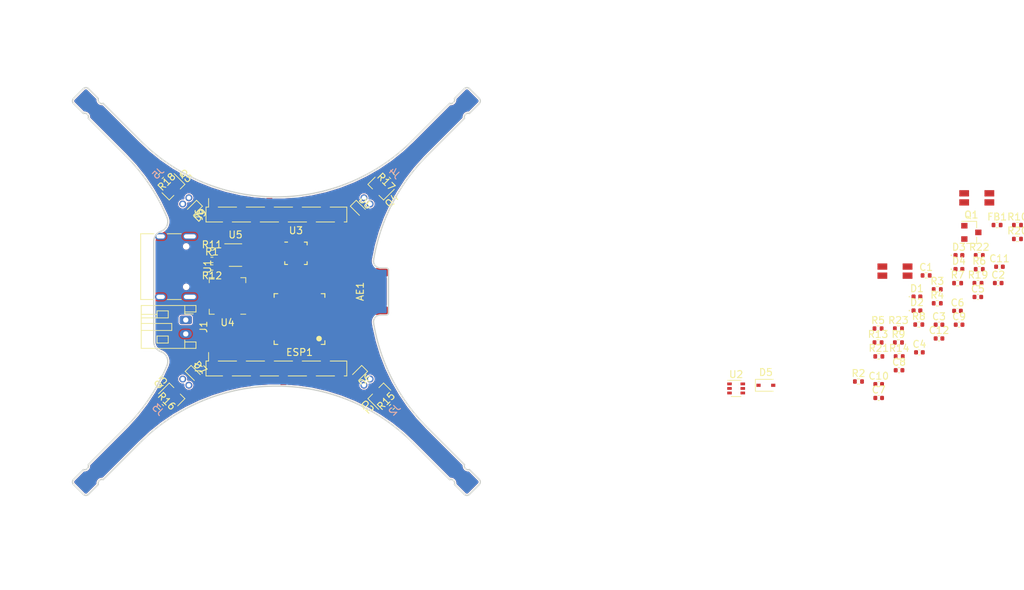
<source format=kicad_pcb>
(kicad_pcb (version 20171130) (host pcbnew "(5.1.10-1-10_14)")
  (layers (0 F.Cu signal) (1 In1.Cu signal) (2 In2.Cu signal) (31 B.Cu signal) (34 B.Paste user) (35 F.Paste user) (36 B.SilkS user) (37 F.SilkS user hide) (38 B.Mask user) (39 F.Mask user) (44 Edge.Cuts user))
  (net 0 "")
  (net 1 "Net-(AE1-Pad1)")
  (net 2 GND)
  (net 3 +BATT)
  (net 4 +3V3)
  (net 5 "Net-(C4-Pad2)")
  (net 6 ESP_IO0)
  (net 7 VCC)
  (net 8 ESP_EN)
  (net 9 VDD33_ESP)
  (net 10 "Net-(D1-Pad1)")
  (net 11 "Net-(D2-Pad1)")
  (net 12 "Net-(D3-Pad1)")
  (net 13 "Net-(D4-Pad1)")
  (net 14 VBUS)
  (net 15 "Net-(D6-Pad2)")
  (net 16 "Net-(D7-Pad2)")
  (net 17 "Net-(D8-Pad2)")
  (net 18 "Net-(D9-Pad2)")
  (net 19 U1RXD)
  (net 20 U1TXD)
  (net 21 CP_TXD)
  (net 22 CP_RXD)
  (net 23 I2C0_SCL)
  (net 24 I2C0_SDA)
  (net 25 I2C1_SDA)
  (net 26 I2C1_SCL)
  (net 27 SPI_MOSI)
  (net 28 MOT_1)
  (net 29 MOT_2)
  (net 30 MOT3)
  (net 31 MOT4)
  (net 32 "Net-(R1-Pad1)")
  (net 33 CP_DTR)
  (net 34 "Net-(R2-Pad1)")
  (net 35 MPU_INT)
  (net 36 "Net-(R8-Pad2)")
  (net 37 CP_RTS)
  (net 38 ADC_BAT)
  (net 39 "Net-(R11-Pad1)")
  (net 40 "Net-(R12-Pad1)")
  (net 41 "Net-(R14-Pad2)")
  (net 42 USB_DM)
  (net 43 USB_DP)
  (module Connector_Custom:MX1.25_2P (layer B.Cu) (at -12.95 -12.95 45)
    (fp_text reference J5 (at 0 -5.588 45) (layer B.SilkS) (effects (justify mirror)))
    (fp_text value Conn_01x02)
    (pad 2 thru_hole circle (at 0.625 0 45) (size 1 1) (drill 0.6) (layers *.Cu *.Mask) (net 3 +BATT))
    (pad 1 thru_hole circle (at -0.625 0 45) (size 1 1) (drill 0.6) (layers *.Cu *.Mask) (net 18 "Net-(D9-Pad2)"))
  )
  (module Connector_Custom:MX1.25_2P (layer B.Cu) (at 12.95 -12.95 315)
    (fp_text reference J4 (at 0 -5.588 135) (layer B.SilkS) (effects (justify mirror)))
    (fp_text value Conn_01x02)
    (pad 2 thru_hole circle (at 0.625 0 315) (size 1 1) (drill 0.6) (layers *.Cu *.Mask) (net 17 "Net-(D8-Pad2)"))
    (pad 1 thru_hole circle (at -0.625 0 315) (size 1 1) (drill 0.6) (layers *.Cu *.Mask) (net 3 +BATT))
  )
  (module Connector_Custom:MX1.25_2P (layer B.Cu) (at -12.95 12.95 135)
    (fp_text reference J3 (at 0 -5.588 135) (layer B.SilkS) (effects (justify mirror)))
    (fp_text value Conn_01x02)
    (pad 2 thru_hole circle (at 0.625 0 135) (size 1 1) (drill 0.6) (layers *.Cu *.Mask) (net 3 +BATT))
    (pad 1 thru_hole circle (at -0.625 0 135) (size 1 1) (drill 0.6) (layers *.Cu *.Mask) (net 16 "Net-(D7-Pad2)"))
  )
  (module Connector_Custom:MX1.25_2P (layer B.Cu) (at 12.95 12.95 225)
    (fp_text reference J2 (at 0 -5.588 45) (layer B.SilkS) (effects (justify mirror)))
    (fp_text value Conn_01x02)
    (pad 2 thru_hole circle (at 0.625 0 225) (size 1 1) (drill 0.6) (layers *.Cu *.Mask) (net 15 "Net-(D6-Pad2)"))
    (pad 1 thru_hole circle (at -0.625 0 225) (size 1 1) (drill 0.6) (layers *.Cu *.Mask) (net 3 +BATT))
  )
  (module Package_TO_SOT_SMD:SOT-23-5 (layer F.Cu) (at -5.842 -5.207)
    (fp_text reference U5 (at 0 -2.9) (layer F.SilkS))
    (fp_text value ME6217C33M5G)
    (pad 5 smd rect (at 1.1 -0.95) (size 1.06 0.65) (layers F.Cu F.Paste F.Mask) (net 4 +3V3))
    (pad 4 smd rect (at 1.1 0.95) (size 1.06 0.65) (layers F.Cu F.Paste F.Mask) (net 7 VCC))
    (pad 3 smd rect (at -1.1 0.95) (size 1.06 0.65) (layers F.Cu F.Paste F.Mask))
    (pad 2 smd rect (at -1.1 0) (size 1.06 0.65) (layers F.Cu F.Paste F.Mask) (net 2 GND))
    (pad 1 smd rect (at -1.1 -0.95) (size 1.06 0.65) (layers F.Cu F.Paste F.Mask) (net 7 VCC))
  )
  (module Package_DFN_QFN:QFN-28-1EP_5x5mm_P0.5mm_EP3.35x3.35mm (layer F.Cu) (at -6.985 0.635 180)
    (fp_text reference U4 (at 0 -3.8) (layer F.SilkS))
    (fp_text value CP2102N-A01-GQFN28)
    (pad 29 smd rect (at 0 0 180) (size 3.35 3.35) (layers F.Cu F.Mask) (net 2 GND))
    (pad 28 smd roundrect (at -1.5 -2.45 180) (size 0.25 0.8) (layers F.Cu F.Paste F.Mask) (net 33 CP_DTR))
    (pad 27 smd roundrect (at -1 -2.45 180) (size 0.25 0.8) (layers F.Cu F.Paste F.Mask))
    (pad 26 smd roundrect (at -0.5 -2.45 180) (size 0.25 0.8) (layers F.Cu F.Paste F.Mask) (net 41 "Net-(R14-Pad2)"))
    (pad 25 smd roundrect (at 0 -2.45 180) (size 0.25 0.8) (layers F.Cu F.Paste F.Mask) (net 22 CP_RXD))
    (pad 24 smd roundrect (at 0.5 -2.45 180) (size 0.25 0.8) (layers F.Cu F.Paste F.Mask) (net 37 CP_RTS))
    (pad 23 smd roundrect (at 1 -2.45 180) (size 0.25 0.8) (layers F.Cu F.Paste F.Mask))
    (pad 22 smd roundrect (at 1.5 -2.45 180) (size 0.25 0.8) (layers F.Cu F.Paste F.Mask))
    (pad 21 smd roundrect (at 2.45 -1.5 180) (size 0.8 0.25) (layers F.Cu F.Paste F.Mask))
    (pad 20 smd roundrect (at 2.45 -1 180) (size 0.8 0.25) (layers F.Cu F.Paste F.Mask))
    (pad 19 smd roundrect (at 2.45 -0.5 180) (size 0.8 0.25) (layers F.Cu F.Paste F.Mask))
    (pad 18 smd roundrect (at 2.45 0 180) (size 0.8 0.25) (layers F.Cu F.Paste F.Mask))
    (pad 17 smd roundrect (at 2.45 0.5 180) (size 0.8 0.25) (layers F.Cu F.Paste F.Mask))
    (pad 16 smd roundrect (at 2.45 1 180) (size 0.8 0.25) (layers F.Cu F.Paste F.Mask))
    (pad 15 smd roundrect (at 2.45 1.5 180) (size 0.8 0.25) (layers F.Cu F.Paste F.Mask))
    (pad 14 smd roundrect (at 1.5 2.45 180) (size 0.25 0.8) (layers F.Cu F.Paste F.Mask))
    (pad 13 smd roundrect (at 1 2.45 180) (size 0.25 0.8) (layers F.Cu F.Paste F.Mask))
    (pad 12 smd roundrect (at 0.5 2.45 180) (size 0.25 0.8) (layers F.Cu F.Paste F.Mask))
    (pad 11 smd roundrect (at 0 2.45 180) (size 0.25 0.8) (layers F.Cu F.Paste F.Mask))
    (pad 10 smd roundrect (at -0.5 2.45 180) (size 0.25 0.8) (layers F.Cu F.Paste F.Mask))
    (pad 9 smd roundrect (at -1 2.45 180) (size 0.25 0.8) (layers F.Cu F.Paste F.Mask) (net 40 "Net-(R12-Pad1)"))
    (pad 8 smd roundrect (at -1.5 2.45 180) (size 0.25 0.8) (layers F.Cu F.Paste F.Mask) (net 14 VBUS))
    (pad 7 smd roundrect (at -2.45 1.5 180) (size 0.8 0.25) (layers F.Cu F.Paste F.Mask) (net 14 VBUS))
    (pad 6 smd roundrect (at -2.45 1 180) (size 0.8 0.25) (layers F.Cu F.Paste F.Mask))
    (pad 5 smd roundrect (at -2.45 0.5 180) (size 0.8 0.25) (layers F.Cu F.Paste F.Mask) (net 42 USB_DM))
    (pad 4 smd roundrect (at -2.45 0 180) (size 0.8 0.25) (layers F.Cu F.Paste F.Mask) (net 43 USB_DP))
    (pad 3 smd roundrect (at -2.45 -0.5 180) (size 0.8 0.25) (layers F.Cu F.Paste F.Mask) (net 2 GND))
    (pad 2 smd roundrect (at -2.45 -1 180) (size 0.8 0.25) (layers F.Cu F.Paste F.Mask))
    (pad 1 smd roundrect (at -2.45 -1.5 180) (size 0.8 0.25) (layers F.Cu F.Paste F.Mask))
  )
  (module Sensor_Motion:InvenSense_QFN-24_3x3mm_P0.4mm (layer F.Cu) (at 2.794 -5.461)
    (fp_text reference U3 (at 0 -3.25) (layer F.SilkS))
    (fp_text value ICM-20948)
    (pad 24 smd roundrect (at -1 -1.5 90) (size 0.55 0.2) (layers F.Cu F.Paste F.Mask) (net 24 I2C0_SDA))
    (pad 23 smd roundrect (at -0.6 -1.5 90) (size 0.55 0.2) (layers F.Cu F.Paste F.Mask) (net 23 I2C0_SCL))
    (pad 22 smd roundrect (at -0.2 -1.5 90) (size 0.55 0.2) (layers F.Cu F.Paste F.Mask) (net 4 +3V3))
    (pad 21 smd roundrect (at 0.2 -1.5 90) (size 0.55 0.2) (layers F.Cu F.Paste F.Mask))
    (pad 20 smd roundrect (at 0.6 -1.5 90) (size 0.55 0.2) (layers F.Cu F.Paste F.Mask) (net 2 GND))
    (pad 19 smd roundrect (at 1 -1.5 90) (size 0.55 0.2) (layers F.Cu F.Paste F.Mask))
    (pad 18 smd roundrect (at 1.5 -1) (size 0.55 0.2) (layers F.Cu F.Paste F.Mask) (net 2 GND))
    (pad 17 smd roundrect (at 1.5 -0.6) (size 0.55 0.2) (layers F.Cu F.Paste F.Mask))
    (pad 16 smd roundrect (at 1.5 -0.2) (size 0.55 0.2) (layers F.Cu F.Paste F.Mask))
    (pad 15 smd roundrect (at 1.5 0.2) (size 0.55 0.2) (layers F.Cu F.Paste F.Mask))
    (pad 14 smd roundrect (at 1.5 0.6) (size 0.55 0.2) (layers F.Cu F.Paste F.Mask))
    (pad 13 smd roundrect (at 1.5 1) (size 0.55 0.2) (layers F.Cu F.Paste F.Mask) (net 4 +3V3))
    (pad 12 smd roundrect (at 1 1.5 90) (size 0.55 0.2) (layers F.Cu F.Paste F.Mask) (net 35 MPU_INT))
    (pad 11 smd roundrect (at 0.6 1.5 90) (size 0.55 0.2) (layers F.Cu F.Paste F.Mask) (net 2 GND))
    (pad 10 smd roundrect (at 0.2 1.5 90) (size 0.55 0.2) (layers F.Cu F.Paste F.Mask) (net 5 "Net-(C4-Pad2)"))
    (pad 9 smd roundrect (at -0.2 1.5 90) (size 0.55 0.2) (layers F.Cu F.Paste F.Mask) (net 2 GND))
    (pad 8 smd roundrect (at -0.6 1.5 90) (size 0.55 0.2) (layers F.Cu F.Paste F.Mask) (net 4 +3V3))
    (pad 7 smd roundrect (at -1 1.5 90) (size 0.55 0.2) (layers F.Cu F.Paste F.Mask))
    (pad 6 smd roundrect (at -1.5 1) (size 0.55 0.2) (layers F.Cu F.Paste F.Mask))
    (pad 5 smd roundrect (at -1.5 0.6) (size 0.55 0.2) (layers F.Cu F.Paste F.Mask))
    (pad 4 smd roundrect (at -1.5 0.2) (size 0.55 0.2) (layers F.Cu F.Paste F.Mask))
    (pad 3 smd roundrect (at -1.5 -0.2) (size 0.55 0.2) (layers F.Cu F.Paste F.Mask))
    (pad 2 smd roundrect (at -1.5 -0.6) (size 0.55 0.2) (layers F.Cu F.Paste F.Mask))
    (pad 1 smd roundrect (at -1.5 -1) (size 0.55 0.2) (layers F.Cu F.Paste F.Mask))
  )
  (module Package_TO_SOT_SMD:SOT-363_SC-70-6 (layer F.Cu) (at 65.697 13.852)
    (fp_text reference U2 (at 0 -2) (layer F.SilkS))
    (fp_text value BC847BDW1T1G)
    (pad 6 smd rect (at 0.95 -0.65) (size 0.65 0.4) (layers F.Cu F.Paste F.Mask) (net 6 ESP_IO0))
    (pad 4 smd rect (at 0.95 0.65) (size 0.65 0.4) (layers F.Cu F.Paste F.Mask) (net 37 CP_RTS))
    (pad 2 smd rect (at -0.95 0) (size 0.65 0.4) (layers F.Cu F.Paste F.Mask) (net 36 "Net-(R8-Pad2)"))
    (pad 5 smd rect (at 0.95 0) (size 0.65 0.4) (layers F.Cu F.Paste F.Mask) (net 34 "Net-(R2-Pad1)"))
    (pad 3 smd rect (at -0.95 0.65) (size 0.65 0.4) (layers F.Cu F.Paste F.Mask) (net 8 ESP_EN))
    (pad 1 smd rect (at -0.95 -0.65) (size 0.65 0.4) (layers F.Cu F.Paste F.Mask) (net 33 CP_DTR))
  )
  (module Connector_USB:USB_C_Receptacle_HRO_TYPE-C-31-M-12 (layer F.Cu) (at -15.494 -3.556 270)
    (fp_text reference U1 (at 0 -5.645 90) (layer F.SilkS))
    (fp_text value USB_C_16_PIN)
    (pad B1 smd rect (at 3.25 -4.045 270) (size 0.6 1.45) (layers F.Cu F.Paste F.Mask) (net 2 GND))
    (pad A9 smd rect (at 2.45 -4.045 270) (size 0.6 1.45) (layers F.Cu F.Paste F.Mask) (net 14 VBUS))
    (pad B9 smd rect (at -2.45 -4.045 270) (size 0.6 1.45) (layers F.Cu F.Paste F.Mask) (net 14 VBUS))
    (pad B12 smd rect (at -3.25 -4.045 270) (size 0.6 1.45) (layers F.Cu F.Paste F.Mask) (net 2 GND))
    (pad A1 smd rect (at -3.25 -4.045 270) (size 0.6 1.45) (layers F.Cu F.Paste F.Mask) (net 2 GND))
    (pad A4 smd rect (at -2.45 -4.045 270) (size 0.6 1.45) (layers F.Cu F.Paste F.Mask) (net 14 VBUS))
    (pad B4 smd rect (at 2.45 -4.045 270) (size 0.6 1.45) (layers F.Cu F.Paste F.Mask) (net 14 VBUS))
    (pad A12 smd rect (at 3.25 -4.045 270) (size 0.6 1.45) (layers F.Cu F.Paste F.Mask) (net 2 GND))
    (pad B8 smd rect (at -1.75 -4.045 270) (size 0.3 1.45) (layers F.Cu F.Paste F.Mask) (net 39 "Net-(R11-Pad1)"))
    (pad A5 smd rect (at -1.25 -4.045 270) (size 0.3 1.45) (layers F.Cu F.Paste F.Mask) (net 32 "Net-(R1-Pad1)"))
    (pad B7 smd rect (at -0.75 -4.045 270) (size 0.3 1.45) (layers F.Cu F.Paste F.Mask) (net 42 USB_DM))
    (pad A7 smd rect (at 0.25 -4.045 270) (size 0.3 1.45) (layers F.Cu F.Paste F.Mask) (net 42 USB_DM))
    (pad B6 smd rect (at 0.75 -4.045 270) (size 0.3 1.45) (layers F.Cu F.Paste F.Mask) (net 43 USB_DP))
    (pad A8 smd rect (at 1.25 -4.045 270) (size 0.3 1.45) (layers F.Cu F.Paste F.Mask))
    (pad B5 smd rect (at 1.75 -4.045 270) (size 0.3 1.45) (layers F.Cu F.Paste F.Mask))
    (pad A6 smd rect (at -0.25 -4.045 270) (size 0.3 1.45) (layers F.Cu F.Paste F.Mask) (net 43 USB_DP))
    (pad S1 thru_hole oval (at 4.32 -3.13 270) (size 1 2.1) (drill oval 0.6 1.7) (layers *.Cu *.Mask) (net 2 GND))
    (pad S1 thru_hole oval (at -4.32 -3.13 270) (size 1 2.1) (drill oval 0.6 1.7) (layers *.Cu *.Mask) (net 2 GND))
    (pad "" np_thru_hole circle (at -2.89 -2.6 270) (size 0.65 0.65) (drill 0.65) (layers *.Cu *.Mask))
    (pad S1 thru_hole oval (at -4.32 1.05 270) (size 1 1.6) (drill oval 0.6 1.2) (layers *.Cu *.Mask) (net 2 GND))
    (pad "" np_thru_hole circle (at 2.89 -2.6 270) (size 0.65 0.65) (drill 0.65) (layers *.Cu *.Mask))
    (pad S1 thru_hole oval (at 4.32 1.05 270) (size 1 1.6) (drill oval 0.6 1.2) (layers *.Cu *.Mask) (net 2 GND))
  )
  (module Button:SKSC_NO_HOLE (layer F.Cu) (at 100.081999 -13.383)
    (fp_text reference SW2 hide)
    (fp_text value SW_MEC_5E)
    (pad 3 smd rect (at -1.8 -0.65) (size 1.4 0.9) (layers F.Cu F.Paste F.Mask))
    (pad 4 smd rect (at 1.8 -0.65) (size 1.4 0.9) (layers F.Cu F.Paste F.Mask) (net 8 ESP_EN))
    (pad 2 smd rect (at 1.8 0.65) (size 1.4 0.9) (layers F.Cu F.Paste F.Mask))
    (pad 1 smd rect (at -1.8 0.65) (size 1.4 0.9) (layers F.Cu F.Paste F.Mask) (net 2 GND))
  )
  (module Button:SKSC_NO_HOLE (layer F.Cu) (at 88.391999 -2.913)
    (fp_text reference SW1 hide)
    (fp_text value SW_MEC_5E)
    (pad 3 smd rect (at -1.8 -0.65) (size 1.4 0.9) (layers F.Cu F.Paste F.Mask))
    (pad 4 smd rect (at 1.8 -0.65) (size 1.4 0.9) (layers F.Cu F.Paste F.Mask) (net 6 ESP_IO0))
    (pad 2 smd rect (at 1.8 0.65) (size 1.4 0.9) (layers F.Cu F.Paste F.Mask))
    (pad 1 smd rect (at -1.8 0.65) (size 1.4 0.9) (layers F.Cu F.Paste F.Mask) (net 2 GND))
  )
  (module Resistor_SMD:R_0402_1005Metric (layer F.Cu) (at 88.887 5.292)
    (fp_text reference R23 (at 0 -1.17) (layer F.SilkS))
    (fp_text value 10K)
    (pad 2 smd roundrect (at 0.51 0) (size 0.54 0.64) (layers F.Cu F.Paste F.Mask) (net 9 VDD33_ESP))
    (pad 1 smd roundrect (at -0.51 0) (size 0.54 0.64) (layers F.Cu F.Paste F.Mask) (net 23 I2C0_SCL))
  )
  (module Resistor_SMD:R_0402_1005Metric (layer F.Cu) (at 100.437 -5.178)
    (fp_text reference R22 (at 0 -1.17) (layer F.SilkS))
    (fp_text value 10K)
    (pad 2 smd roundrect (at 0.51 0) (size 0.54 0.64) (layers F.Cu F.Paste F.Mask) (net 9 VDD33_ESP))
    (pad 1 smd roundrect (at -0.51 0) (size 0.54 0.64) (layers F.Cu F.Paste F.Mask) (net 24 I2C0_SDA))
  )
  (module Resistor_SMD:R_0402_1005Metric (layer F.Cu) (at 86.087 9.272)
    (fp_text reference R21 (at 0 -1.17) (layer F.SilkS))
    (fp_text value 10K)
    (pad 2 smd roundrect (at 0.51 0) (size 0.54 0.64) (layers F.Cu F.Paste F.Mask) (net 9 VDD33_ESP))
    (pad 1 smd roundrect (at -0.51 0) (size 0.54 0.64) (layers F.Cu F.Paste F.Mask) (net 26 I2C1_SCL))
  )
  (module Resistor_SMD:R_0402_1005Metric (layer F.Cu) (at 105.897 -7.508)
    (fp_text reference R20 (at 0 -1.17) (layer F.SilkS))
    (fp_text value 10K)
    (pad 2 smd roundrect (at 0.51 0) (size 0.54 0.64) (layers F.Cu F.Paste F.Mask) (net 9 VDD33_ESP))
    (pad 1 smd roundrect (at -0.51 0) (size 0.54 0.64) (layers F.Cu F.Paste F.Mask) (net 25 I2C1_SDA))
  )
  (module Resistor_SMD:R_0402_1005Metric (layer F.Cu) (at 100.257 -1.198)
    (fp_text reference R19 (at 0 -1.17) (layer F.SilkS))
    (fp_text value 10K)
    (pad 2 smd roundrect (at 0.51 0) (size 0.54 0.64) (layers F.Cu F.Paste F.Mask) (net 9 VDD33_ESP))
    (pad 1 smd roundrect (at -0.51 0) (size 0.54 0.64) (layers F.Cu F.Paste F.Mask) (net 8 ESP_EN))
  )
  (module Resistor_SMD:R_0402_1005Metric (layer F.Cu) (at -16.5 -16.5 225)
    (fp_text reference R18 (at 0 -1.17 45) (layer F.SilkS))
    (fp_text value 10K)
    (pad 2 smd roundrect (at 0.51 0 225) (size 0.54 0.64) (layers F.Cu F.Paste F.Mask) (net 2 GND))
    (pad 1 smd roundrect (at -0.51 0 225) (size 0.54 0.64) (layers F.Cu F.Paste F.Mask) (net 31 MOT4))
  )
  (module Resistor_SMD:R_0402_1005Metric (layer F.Cu) (at 16.5 -16.5 135)
    (fp_text reference R17 (at 0 -1.17 135) (layer F.SilkS))
    (fp_text value 10K)
    (pad 2 smd roundrect (at 0.51 0 135) (size 0.54 0.64) (layers F.Cu F.Paste F.Mask) (net 2 GND))
    (pad 1 smd roundrect (at -0.51 0 135) (size 0.54 0.64) (layers F.Cu F.Paste F.Mask) (net 30 MOT3))
  )
  (module Resistor_SMD:R_0402_1005Metric (layer F.Cu) (at -16.5 16.5 315)
    (fp_text reference R16 (at 0 -1.17 135) (layer F.SilkS))
    (fp_text value 10K)
    (pad 2 smd roundrect (at 0.51 0 315) (size 0.54 0.64) (layers F.Cu F.Paste F.Mask) (net 2 GND))
    (pad 1 smd roundrect (at -0.51 0 315) (size 0.54 0.64) (layers F.Cu F.Paste F.Mask) (net 29 MOT_2))
  )
  (module Resistor_SMD:R_0402_1005Metric (layer F.Cu) (at 16.5 16.5 45)
    (fp_text reference R15 (at 0 -1.17 45) (layer F.SilkS))
    (fp_text value 10K)
    (pad 2 smd roundrect (at 0.51 0 45) (size 0.54 0.64) (layers F.Cu F.Paste F.Mask) (net 2 GND))
    (pad 1 smd roundrect (at -0.51 0 45) (size 0.54 0.64) (layers F.Cu F.Paste F.Mask) (net 28 MOT_1))
  )
  (module Resistor_SMD:R_0402_1005Metric (layer F.Cu) (at 88.997 9.272)
    (fp_text reference R14 (at 0 -1.17) (layer F.SilkS))
    (fp_text value 200R)
    (pad 2 smd roundrect (at 0.51 0) (size 0.54 0.64) (layers F.Cu F.Paste F.Mask) (net 41 "Net-(R14-Pad2)"))
    (pad 1 smd roundrect (at -0.51 0) (size 0.54 0.64) (layers F.Cu F.Paste F.Mask) (net 21 CP_TXD))
  )
  (module Resistor_SMD:R_0402_1005Metric (layer F.Cu) (at 85.977 7.282)
    (fp_text reference R13 (at 0 -1.17) (layer F.SilkS))
    (fp_text value 82K)
    (pad 2 smd roundrect (at 0.51 0) (size 0.54 0.64) (layers F.Cu F.Paste F.Mask) (net 2 GND))
    (pad 1 smd roundrect (at -0.51 0) (size 0.54 0.64) (layers F.Cu F.Paste F.Mask) (net 14 VBUS))
  )
  (module Resistor_SMD:R_0402_1005Metric (layer F.Cu) (at -9.2075 -3.429 180)
    (fp_text reference R12 (at 0 -1.17) (layer F.SilkS))
    (fp_text value 10K)
    (pad 2 smd roundrect (at 0.51 0 180) (size 0.54 0.64) (layers F.Cu F.Paste F.Mask) (net 14 VBUS))
    (pad 1 smd roundrect (at -0.51 0 180) (size 0.54 0.64) (layers F.Cu F.Paste F.Mask) (net 40 "Net-(R12-Pad1)"))
  )
  (module Resistor_SMD:R_0402_1005Metric (layer F.Cu) (at -9.2075 -5.5245)
    (fp_text reference R11 (at 0 -1.17) (layer F.SilkS))
    (fp_text value 5.1K)
    (pad 2 smd roundrect (at 0.51 0) (size 0.54 0.64) (layers F.Cu F.Paste F.Mask) (net 2 GND))
    (pad 1 smd roundrect (at -0.51 0) (size 0.54 0.64) (layers F.Cu F.Paste F.Mask) (net 39 "Net-(R11-Pad1)"))
  )
  (module Resistor_SMD:R_0402_1005Metric (layer F.Cu) (at 105.897 -9.498)
    (fp_text reference R10 (at 0 -1.17) (layer F.SilkS))
    (fp_text value 82K)
    (pad 2 smd roundrect (at 0.51 0) (size 0.54 0.64) (layers F.Cu F.Paste F.Mask) (net 2 GND))
    (pad 1 smd roundrect (at -0.51 0) (size 0.54 0.64) (layers F.Cu F.Paste F.Mask) (net 38 ADC_BAT))
  )
  (module Resistor_SMD:R_0402_1005Metric (layer F.Cu) (at 88.887 7.282)
    (fp_text reference R9 (at 0 -1.17) (layer F.SilkS))
    (fp_text value 82K)
    (pad 2 smd roundrect (at 0.51 0) (size 0.54 0.64) (layers F.Cu F.Paste F.Mask) (net 38 ADC_BAT))
    (pad 1 smd roundrect (at -0.51 0) (size 0.54 0.64) (layers F.Cu F.Paste F.Mask) (net 3 +BATT))
  )
  (module Resistor_SMD:R_0402_1005Metric (layer F.Cu) (at 91.797 4.722)
    (fp_text reference R8 (at 0 -1.17) (layer F.SilkS))
    (fp_text value 10K)
    (pad 2 smd roundrect (at 0.51 0) (size 0.54 0.64) (layers F.Cu F.Paste F.Mask) (net 36 "Net-(R8-Pad2)"))
    (pad 1 smd roundrect (at -0.51 0) (size 0.54 0.64) (layers F.Cu F.Paste F.Mask) (net 37 CP_RTS))
  )
  (module Resistor_SMD:R_0402_1005Metric (layer F.Cu) (at 97.347 -1.198)
    (fp_text reference R7 (at 0 -1.17) (layer F.SilkS))
    (fp_text value 10K)
    (pad 2 smd roundrect (at 0.51 0) (size 0.54 0.64) (layers F.Cu F.Paste F.Mask) (net 13 "Net-(D4-Pad1)"))
    (pad 1 smd roundrect (at -0.51 0) (size 0.54 0.64) (layers F.Cu F.Paste F.Mask) (net 2 GND))
  )
  (module Resistor_SMD:R_0402_1005Metric (layer F.Cu) (at 100.437 -3.188)
    (fp_text reference R6 (at 0 -1.17) (layer F.SilkS))
    (fp_text value 3K)
    (pad 2 smd roundrect (at 0.51 0) (size 0.54 0.64) (layers F.Cu F.Paste F.Mask) (net 12 "Net-(D3-Pad1)"))
    (pad 1 smd roundrect (at -0.51 0) (size 0.54 0.64) (layers F.Cu F.Paste F.Mask) (net 2 GND))
  )
  (module Resistor_SMD:R_0402_1005Metric (layer F.Cu) (at 85.977 5.292)
    (fp_text reference R5 (at 0 -1.17) (layer F.SilkS))
    (fp_text value 2K)
    (pad 2 smd roundrect (at 0.51 0) (size 0.54 0.64) (layers F.Cu F.Paste F.Mask) (net 11 "Net-(D2-Pad1)"))
    (pad 1 smd roundrect (at -0.51 0) (size 0.54 0.64) (layers F.Cu F.Paste F.Mask) (net 2 GND))
  )
  (module Resistor_SMD:R_0402_1005Metric (layer F.Cu) (at 94.437 1.682)
    (fp_text reference R4 (at 0 -1.17) (layer F.SilkS))
    (fp_text value 10K)
    (pad 2 smd roundrect (at 0.51 0) (size 0.54 0.64) (layers F.Cu F.Paste F.Mask) (net 10 "Net-(D1-Pad1)"))
    (pad 1 smd roundrect (at -0.51 0) (size 0.54 0.64) (layers F.Cu F.Paste F.Mask) (net 2 GND))
  )
  (module Resistor_SMD:R_0402_1005Metric (layer F.Cu) (at 94.437 -0.308)
    (fp_text reference R3 (at 0 -1.17) (layer F.SilkS))
    (fp_text value 10K)
    (pad 2 smd roundrect (at 0.51 0) (size 0.54 0.64) (layers F.Cu F.Paste F.Mask) (net 4 +3V3))
    (pad 1 smd roundrect (at -0.51 0) (size 0.54 0.64) (layers F.Cu F.Paste F.Mask) (net 35 MPU_INT))
  )
  (module Resistor_SMD:R_0402_1005Metric (layer F.Cu) (at 83.177 12.862)
    (fp_text reference R2 (at 0 -1.17) (layer F.SilkS))
    (fp_text value 10K)
    (pad 2 smd roundrect (at 0.51 0) (size 0.54 0.64) (layers F.Cu F.Paste F.Mask) (net 33 CP_DTR))
    (pad 1 smd roundrect (at -0.51 0) (size 0.54 0.64) (layers F.Cu F.Paste F.Mask) (net 34 "Net-(R2-Pad1)"))
  )
  (module Resistor_SMD:R_0402_1005Metric (layer F.Cu) (at -9.2075 -4.5085)
    (fp_text reference R1 (at 0 -1.17) (layer F.SilkS))
    (fp_text value 5.1K)
    (pad 2 smd roundrect (at 0.51 0) (size 0.54 0.64) (layers F.Cu F.Paste F.Mask) (net 2 GND))
    (pad 1 smd roundrect (at -0.51 0) (size 0.54 0.64) (layers F.Cu F.Paste F.Mask) (net 32 "Net-(R1-Pad1)"))
  )
  (module Package_TO_SOT_SMD:SOT-23 (layer F.Cu) (at -14.732 -14.732 315)
    (fp_text reference Q5 (at 0 -2.5 135) (layer F.SilkS))
    (fp_text value AO3400A)
    (pad 3 smd rect (at 1 0 315) (size 0.9 0.8) (layers F.Cu F.Paste F.Mask) (net 18 "Net-(D9-Pad2)"))
    (pad 2 smd rect (at -1 0.95 315) (size 0.9 0.8) (layers F.Cu F.Paste F.Mask) (net 2 GND))
    (pad 1 smd rect (at -1 -0.95 315) (size 0.9 0.8) (layers F.Cu F.Paste F.Mask) (net 31 MOT4))
  )
  (module Package_TO_SOT_SMD:SOT-23 (layer F.Cu) (at 14.732 -14.732 225)
    (fp_text reference Q4 (at 0 -2.5 45) (layer F.SilkS))
    (fp_text value AO3400A)
    (pad 3 smd rect (at 1 0 225) (size 0.9 0.8) (layers F.Cu F.Paste F.Mask) (net 17 "Net-(D8-Pad2)"))
    (pad 2 smd rect (at -1 0.95 225) (size 0.9 0.8) (layers F.Cu F.Paste F.Mask) (net 2 GND))
    (pad 1 smd rect (at -1 -0.95 225) (size 0.9 0.8) (layers F.Cu F.Paste F.Mask) (net 30 MOT3))
  )
  (module Package_TO_SOT_SMD:SOT-23 (layer F.Cu) (at -14.732 14.732 45)
    (fp_text reference Q3 (at 0 -2.5 45) (layer F.SilkS))
    (fp_text value AO3400A)
    (pad 3 smd rect (at 1 0 45) (size 0.9 0.8) (layers F.Cu F.Paste F.Mask) (net 16 "Net-(D7-Pad2)"))
    (pad 2 smd rect (at -1 0.95 45) (size 0.9 0.8) (layers F.Cu F.Paste F.Mask) (net 2 GND))
    (pad 1 smd rect (at -1 -0.95 45) (size 0.9 0.8) (layers F.Cu F.Paste F.Mask) (net 29 MOT_2))
  )
  (module Package_TO_SOT_SMD:SOT-23 (layer F.Cu) (at 14.732 14.732 135)
    (fp_text reference Q2 (at 0 -2.5 135) (layer F.SilkS))
    (fp_text value AO3400A)
    (pad 3 smd rect (at 1 0 135) (size 0.9 0.8) (layers F.Cu F.Paste F.Mask) (net 15 "Net-(D6-Pad2)"))
    (pad 2 smd rect (at -1 0.95 135) (size 0.9 0.8) (layers F.Cu F.Paste F.Mask) (net 2 GND))
    (pad 1 smd rect (at -1 -0.95 135) (size 0.9 0.8) (layers F.Cu F.Paste F.Mask) (net 28 MOT_1))
  )
  (module Package_TO_SOT_SMD:SOT-23 (layer F.Cu) (at 99.307 -8.448)
    (fp_text reference Q1 (at 0 -2.5) (layer F.SilkS))
    (fp_text value AO3401A)
    (pad 3 smd rect (at 1 0) (size 0.9 0.8) (layers F.Cu F.Paste F.Mask) (net 3 +BATT))
    (pad 2 smd rect (at -1 0.95) (size 0.9 0.8) (layers F.Cu F.Paste F.Mask) (net 7 VCC))
    (pad 1 smd rect (at -1 -0.95) (size 0.9 0.8) (layers F.Cu F.Paste F.Mask) (net 14 VBUS))
  )
  (module Connector_PinHeader_2.00mm:PinHeader_1x10_P2.00mm_Vertical_SMD_Pin1Right (layer F.Cu) (at 0 11 90)
    (fp_text reference J7 (at 0 -11.06 90) (layer F.SilkS))
    (fp_text value Conn_01x08)
    (pad 9 smd rect (at 1.175 7 90) (size 2.35 0.85) (layers F.Cu F.Paste F.Mask))
    (pad 7 smd rect (at 1.175 3 90) (size 2.35 0.85) (layers F.Cu F.Paste F.Mask))
    (pad 5 smd rect (at 1.175 -1 90) (size 2.35 0.85) (layers F.Cu F.Paste F.Mask) (net 25 I2C1_SDA))
    (pad 3 smd rect (at 1.175 -5 90) (size 2.35 0.85) (layers F.Cu F.Paste F.Mask))
    (pad 1 smd rect (at 1.175 -9 90) (size 2.35 0.85) (layers F.Cu F.Paste F.Mask))
    (pad 10 smd rect (at -1.175 9 90) (size 2.35 0.85) (layers F.Cu F.Paste F.Mask) (net 2 GND))
    (pad 8 smd rect (at -1.175 5 90) (size 2.35 0.85) (layers F.Cu F.Paste F.Mask))
    (pad 6 smd rect (at -1.175 1 90) (size 2.35 0.85) (layers F.Cu F.Paste F.Mask) (net 26 I2C1_SCL))
    (pad 4 smd rect (at -1.175 -3 90) (size 2.35 0.85) (layers F.Cu F.Paste F.Mask) (net 27 SPI_MOSI))
    (pad 2 smd rect (at -1.175 -7 90) (size 2.35 0.85) (layers F.Cu F.Paste F.Mask) (net 27 SPI_MOSI))
  )
  (module Connector_PinHeader_2.00mm:PinHeader_1x10_P2.00mm_Vertical_SMD_Pin1Right (layer F.Cu) (at 0 -11 90)
    (fp_text reference J6 (at 0 -11.06 90) (layer F.SilkS))
    (fp_text value Conn_01x08)
    (pad 9 smd rect (at 1.175 7 90) (size 2.35 0.85) (layers F.Cu F.Paste F.Mask))
    (pad 7 smd rect (at 1.175 3 90) (size 2.35 0.85) (layers F.Cu F.Paste F.Mask))
    (pad 5 smd rect (at 1.175 -1 90) (size 2.35 0.85) (layers F.Cu F.Paste F.Mask) (net 20 U1TXD))
    (pad 3 smd rect (at 1.175 -5 90) (size 2.35 0.85) (layers F.Cu F.Paste F.Mask) (net 23 I2C0_SCL))
    (pad 1 smd rect (at 1.175 -9 90) (size 2.35 0.85) (layers F.Cu F.Paste F.Mask) (net 4 +3V3))
    (pad 10 smd rect (at -1.175 9 90) (size 2.35 0.85) (layers F.Cu F.Paste F.Mask) (net 2 GND))
    (pad 8 smd rect (at -1.175 5 90) (size 2.35 0.85) (layers F.Cu F.Paste F.Mask))
    (pad 6 smd rect (at -1.175 1 90) (size 2.35 0.85) (layers F.Cu F.Paste F.Mask))
    (pad 4 smd rect (at -1.175 -3 90) (size 2.35 0.85) (layers F.Cu F.Paste F.Mask) (net 19 U1RXD))
    (pad 2 smd rect (at -1.175 -7 90) (size 2.35 0.85) (layers F.Cu F.Paste F.Mask) (net 24 I2C0_SDA))
  )
  (module Connector_JST:JST_PH_S2B-PH-K_1x02_P2.00mm_Horizontal (layer F.Cu) (at -12.954 4.064 270)
    (fp_text reference J1 (at 1 -2.55 90) (layer F.SilkS))
    (fp_text value Conn_01x02)
    (pad 2 thru_hole oval (at 2 0 270) (size 1.2 1.75) (drill 0.75) (layers *.Cu *.Mask) (net 2 GND))
    (pad 1 thru_hole roundrect (at 0 0 270) (size 1.2 1.75) (drill 0.75) (layers *.Cu *.Mask) (roundrect_rratio 0.208333) (net 3 +BATT))
  )
  (module Resistor_SMD:R_0402_1005Metric (layer F.Cu) (at 102.987 -9.498)
    (fp_text reference FB1 (at 0 -1.17) (layer F.SilkS))
    (fp_text value "330R at 100MHz")
    (pad 2 smd roundrect (at 0.51 0) (size 0.54 0.64) (layers F.Cu F.Paste F.Mask) (net 9 VDD33_ESP))
    (pad 1 smd roundrect (at -0.51 0) (size 0.54 0.64) (layers F.Cu F.Paste F.Mask) (net 4 +3V3))
  )
  (module SOC:ESP32_PICO_D4 (layer F.Cu) (at 3.302 3.937 180)
    (fp_text reference ESP1 (at 0 -4.75) (layer F.SilkS))
    (fp_text value ESP32PICO_D4)
    (pad 1 smd roundrect (at -3.4 -2.75 180) (size 0.7 0.25) (layers F.Cu F.Paste F.Mask) (net 9 VDD33_ESP))
    (pad 2 smd roundrect (at -3.4 -2.25 180) (size 0.7 0.25) (layers F.Cu F.Paste F.Mask) (net 1 "Net-(AE1-Pad1)"))
    (pad 3 smd roundrect (at -3.4 -1.75 180) (size 0.7 0.25) (layers F.Cu F.Paste F.Mask) (net 9 VDD33_ESP))
    (pad 4 smd roundrect (at -3.4 -1.25 180) (size 0.7 0.25) (layers F.Cu F.Paste F.Mask) (net 9 VDD33_ESP))
    (pad 5 smd roundrect (at -3.4 -0.75 180) (size 0.7 0.25) (layers F.Cu F.Paste F.Mask))
    (pad 6 smd roundrect (at -3.4 -0.25 180) (size 0.7 0.25) (layers F.Cu F.Paste F.Mask))
    (pad 7 smd roundrect (at -3.4 0.25 180) (size 0.7 0.25) (layers F.Cu F.Paste F.Mask))
    (pad 8 smd roundrect (at -3.4 0.75 180) (size 0.7 0.25) (layers F.Cu F.Paste F.Mask))
    (pad 9 smd roundrect (at -3.4 1.25 180) (size 0.7 0.25) (layers F.Cu F.Paste F.Mask) (net 8 ESP_EN))
    (pad 10 smd roundrect (at -3.4 1.75 180) (size 0.7 0.25) (layers F.Cu F.Paste F.Mask))
    (pad 11 smd roundrect (at -3.4 2.25 180) (size 0.7 0.25) (layers F.Cu F.Paste F.Mask))
    (pad 12 smd roundrect (at -3.4 2.75 180) (size 0.7 0.25) (layers F.Cu F.Paste F.Mask))
    (pad 13 smd roundrect (at -2.75 3.4 270) (size 0.7 0.25) (layers F.Cu F.Paste F.Mask))
    (pad 14 smd roundrect (at -2.25 3.4 270) (size 0.7 0.25) (layers F.Cu F.Paste F.Mask))
    (pad 15 smd roundrect (at -1.75 3.4 270) (size 0.7 0.25) (layers F.Cu F.Paste F.Mask))
    (pad 16 smd roundrect (at -1.25 3.4 270) (size 0.7 0.25) (layers F.Cu F.Paste F.Mask))
    (pad 17 smd roundrect (at -0.75 3.4 270) (size 0.7 0.25) (layers F.Cu F.Paste F.Mask))
    (pad 18 smd roundrect (at -0.25 3.4 270) (size 0.7 0.25) (layers F.Cu F.Paste F.Mask))
    (pad 19 smd roundrect (at 0.25 3.4 270) (size 0.7 0.25) (layers F.Cu F.Paste F.Mask) (net 9 VDD33_ESP))
    (pad 20 smd roundrect (at 0.75 3.4 270) (size 0.7 0.25) (layers F.Cu F.Paste F.Mask))
    (pad 21 smd roundrect (at 1.25 3.4 270) (size 0.7 0.25) (layers F.Cu F.Paste F.Mask))
    (pad 22 smd roundrect (at 1.75 3.4 270) (size 0.7 0.25) (layers F.Cu F.Paste F.Mask))
    (pad 23 smd roundrect (at 2.25 3.4 270) (size 0.7 0.25) (layers F.Cu F.Paste F.Mask) (net 6 ESP_IO0))
    (pad 24 smd roundrect (at 2.75 3.4 270) (size 0.7 0.25) (layers F.Cu F.Paste F.Mask))
    (pad 25 smd roundrect (at 3.4 2.75 180) (size 0.7 0.25) (layers F.Cu F.Paste F.Mask))
    (pad 26 smd roundrect (at 3.4 2.25 180) (size 0.7 0.25) (layers F.Cu F.Paste F.Mask))
    (pad 27 smd roundrect (at 3.4 1.75 180) (size 0.7 0.25) (layers F.Cu F.Paste F.Mask))
    (pad 28 smd roundrect (at 3.4 1.25 180) (size 0.7 0.25) (layers F.Cu F.Paste F.Mask) (net 19 U1RXD))
    (pad 29 smd roundrect (at 3.4 0.75 180) (size 0.7 0.25) (layers F.Cu F.Paste F.Mask) (net 20 U1TXD))
    (pad 30 smd roundrect (at 3.4 0.25 180) (size 0.7 0.25) (layers F.Cu F.Paste F.Mask))
    (pad 31 smd roundrect (at 3.4 -0.25 180) (size 0.7 0.25) (layers F.Cu F.Paste F.Mask))
    (pad 32 smd roundrect (at 3.4 -0.75 180) (size 0.7 0.25) (layers F.Cu F.Paste F.Mask))
    (pad 33 smd roundrect (at 3.4 -1.25 180) (size 0.7 0.25) (layers F.Cu F.Paste F.Mask))
    (pad 34 smd roundrect (at 3.4 -1.75 180) (size 0.7 0.25) (layers F.Cu F.Paste F.Mask))
    (pad 35 smd roundrect (at 3.4 -2.25 180) (size 0.7 0.25) (layers F.Cu F.Paste F.Mask))
    (pad 36 smd roundrect (at 3.4 -2.75 180) (size 0.7 0.25) (layers F.Cu F.Paste F.Mask))
    (pad 37 smd roundrect (at 2.75 -3.4 270) (size 0.7 0.25) (layers F.Cu F.Paste F.Mask) (net 9 VDD33_ESP))
    (pad 38 smd roundrect (at 2.25 -3.4 270) (size 0.7 0.25) (layers F.Cu F.Paste F.Mask))
    (pad 39 smd roundrect (at 1.75 -3.4 270) (size 0.7 0.25) (layers F.Cu F.Paste F.Mask))
    (pad 40 smd roundrect (at 1.25 -3.4 270) (size 0.7 0.25) (layers F.Cu F.Paste F.Mask) (net 21 CP_TXD))
    (pad 41 smd roundrect (at 0.75 -3.4 270) (size 0.7 0.25) (layers F.Cu F.Paste F.Mask) (net 22 CP_RXD))
    (pad 42 smd roundrect (at 0.25 -3.4 270) (size 0.7 0.25) (layers F.Cu F.Paste F.Mask))
    (pad 43 smd roundrect (at -0.25 -3.4 270) (size 0.7 0.25) (layers F.Cu F.Paste F.Mask) (net 9 VDD33_ESP))
    (pad 44 smd roundrect (at -0.75 -3.4 270) (size 0.7 0.25) (layers F.Cu F.Paste F.Mask))
    (pad 45 smd roundrect (at -1.25 -3.4 270) (size 0.7 0.25) (layers F.Cu F.Paste F.Mask))
    (pad 46 smd roundrect (at -1.75 -3.4 270) (size 0.7 0.25) (layers F.Cu F.Paste F.Mask) (net 9 VDD33_ESP))
    (pad 47 smd roundrect (at -2.25 -3.4 270) (size 0.7 0.25) (layers F.Cu F.Paste F.Mask))
    (pad 48 smd roundrect (at -2.75 -3.4 270) (size 0.7 0.25) (layers F.Cu F.Paste F.Mask))
    (pad 49 smd roundrect (at 0 0 180) (size 4.2 4.2) (layers F.Cu F.Mask) (roundrect_rratio 0.06) (net 2 GND))
  )
  (module Diode_SMD:D_SOD-523 (layer F.Cu) (at -11.8 -11.8 225)
    (fp_text reference D9 (at 0 -1.3 45) (layer F.SilkS))
    (fp_text value 1N4148WT)
    (pad 1 smd rect (at -0.7 0 45) (size 0.6 0.7) (layers F.Cu F.Paste F.Mask) (net 3 +BATT))
    (pad 2 smd rect (at 0.7 0 45) (size 0.6 0.7) (layers F.Cu F.Paste F.Mask) (net 18 "Net-(D9-Pad2)"))
  )
  (module Diode_SMD:D_SOD-523 (layer F.Cu) (at 11.8 -11.8 315)
    (fp_text reference D8 (at 0 -1.3 135) (layer F.SilkS))
    (fp_text value 1N4148WT)
    (pad 1 smd rect (at -0.7 0 135) (size 0.6 0.7) (layers F.Cu F.Paste F.Mask) (net 3 +BATT))
    (pad 2 smd rect (at 0.7 0 135) (size 0.6 0.7) (layers F.Cu F.Paste F.Mask) (net 17 "Net-(D8-Pad2)"))
  )
  (module Diode_SMD:D_SOD-523 (layer F.Cu) (at -11.8 11.8 315)
    (fp_text reference D7 (at 0 -1.3 135) (layer F.SilkS))
    (fp_text value 1N4148WT)
    (pad 1 smd rect (at -0.7 0 135) (size 0.6 0.7) (layers F.Cu F.Paste F.Mask) (net 3 +BATT))
    (pad 2 smd rect (at 0.7 0 135) (size 0.6 0.7) (layers F.Cu F.Paste F.Mask) (net 16 "Net-(D7-Pad2)"))
  )
  (module Diode_SMD:D_SOD-523 (layer F.Cu) (at 11.8 11.8 225)
    (fp_text reference D6 (at 0 -1.3 45) (layer F.SilkS))
    (fp_text value 1N4148WT)
    (pad 1 smd rect (at -0.7 0 45) (size 0.6 0.7) (layers F.Cu F.Paste F.Mask) (net 3 +BATT))
    (pad 2 smd rect (at 0.7 0 45) (size 0.6 0.7) (layers F.Cu F.Paste F.Mask) (net 15 "Net-(D6-Pad2)"))
  )
  (module Diode_SMD:D_SOD-323 (layer F.Cu) (at 69.947 13.402)
    (fp_text reference D5 (at 0 -1.85) (layer F.SilkS))
    (fp_text value BAT60B)
    (pad 2 smd rect (at 1.05 0) (size 0.6 0.45) (layers F.Cu F.Paste F.Mask) (net 14 VBUS))
    (pad 1 smd rect (at -1.05 0) (size 0.6 0.45) (layers F.Cu F.Paste F.Mask) (net 7 VCC))
  )
  (module LED_SMD:LED_0402_1005Metric (layer F.Cu) (at 97.532 -3.188)
    (fp_text reference D4 (at 0 -1.17) (layer F.SilkS))
    (fp_text value LED-GRN)
    (pad 2 smd roundrect (at 0.485 0) (size 0.59 0.64) (layers F.Cu F.Paste F.Mask))
    (pad 1 smd roundrect (at -0.485 0) (size 0.59 0.64) (layers F.Cu F.Paste F.Mask) (net 13 "Net-(D4-Pad1)"))
  )
  (module LED_SMD:LED_0402_1005Metric (layer F.Cu) (at 97.532 -5.178)
    (fp_text reference D3 (at 0 -1.17) (layer F.SilkS))
    (fp_text value LED-RED)
    (pad 2 smd roundrect (at 0.485 0) (size 0.59 0.64) (layers F.Cu F.Paste F.Mask))
    (pad 1 smd roundrect (at -0.485 0) (size 0.59 0.64) (layers F.Cu F.Paste F.Mask) (net 12 "Net-(D3-Pad1)"))
  )
  (module LED_SMD:LED_0402_1005Metric (layer F.Cu) (at 91.532 2.732)
    (fp_text reference D2 (at 0 -1.17) (layer F.SilkS))
    (fp_text value LED-BLE)
    (pad 2 smd roundrect (at 0.485 0) (size 0.59 0.64) (layers F.Cu F.Paste F.Mask))
    (pad 1 smd roundrect (at -0.485 0) (size 0.59 0.64) (layers F.Cu F.Paste F.Mask) (net 11 "Net-(D2-Pad1)"))
  )
  (module LED_SMD:LED_0402_1005Metric (layer F.Cu) (at 91.532 0.742)
    (fp_text reference D1 (at 0 -1.17) (layer F.SilkS))
    (fp_text value LED-WHT)
    (pad 2 smd roundrect (at 0.485 0) (size 0.59 0.64) (layers F.Cu F.Paste F.Mask) (net 7 VCC))
    (pad 1 smd roundrect (at -0.485 0) (size 0.59 0.64) (layers F.Cu F.Paste F.Mask) (net 10 "Net-(D1-Pad1)"))
  )
  (module Capacitor_SMD:C_0402_1005Metric (layer F.Cu) (at 94.687 6.712)
    (fp_text reference C12 (at 0 -1.16) (layer F.SilkS))
    (fp_text value 0.1uF)
    (pad 2 smd roundrect (at 0.48 0) (size 0.56 0.62) (layers F.Cu F.Paste F.Mask) (net 8 ESP_EN))
    (pad 1 smd roundrect (at -0.48 0) (size 0.56 0.62) (layers F.Cu F.Paste F.Mask) (net 2 GND))
  )
  (module Capacitor_SMD:C_0402_1005Metric (layer F.Cu) (at 103.327 -3.538)
    (fp_text reference C11 (at 0 -1.16) (layer F.SilkS))
    (fp_text value 10uF)
    (pad 2 smd roundrect (at 0.48 0) (size 0.56 0.62) (layers F.Cu F.Paste F.Mask) (net 9 VDD33_ESP))
    (pad 1 smd roundrect (at -0.48 0) (size 0.56 0.62) (layers F.Cu F.Paste F.Mask) (net 2 GND))
  )
  (module Capacitor_SMD:C_0402_1005Metric (layer F.Cu) (at 86.067 13.242)
    (fp_text reference C10 (at 0 -1.16) (layer F.SilkS))
    (fp_text value 0.1uF)
    (pad 2 smd roundrect (at 0.48 0) (size 0.56 0.62) (layers F.Cu F.Paste F.Mask) (net 9 VDD33_ESP))
    (pad 1 smd roundrect (at -0.48 0) (size 0.56 0.62) (layers F.Cu F.Paste F.Mask) (net 2 GND))
  )
  (module Capacitor_SMD:C_0402_1005Metric (layer F.Cu) (at 97.557 4.742)
    (fp_text reference C9 (at 0 -1.16) (layer F.SilkS))
    (fp_text value 10uF)
    (pad 2 smd roundrect (at 0.48 0) (size 0.56 0.62) (layers F.Cu F.Paste F.Mask) (net 4 +3V3))
    (pad 1 smd roundrect (at -0.48 0) (size 0.56 0.62) (layers F.Cu F.Paste F.Mask) (net 2 GND))
  )
  (module Capacitor_SMD:C_0402_1005Metric (layer F.Cu) (at 88.977 11.252)
    (fp_text reference C8 (at 0 -1.16) (layer F.SilkS))
    (fp_text value 0.1uF)
    (pad 2 smd roundrect (at 0.48 0) (size 0.56 0.62) (layers F.Cu F.Paste F.Mask) (net 2 GND))
    (pad 1 smd roundrect (at -0.48 0) (size 0.56 0.62) (layers F.Cu F.Paste F.Mask) (net 8 ESP_EN))
  )
  (module Capacitor_SMD:C_0402_1005Metric (layer F.Cu) (at 86.067 15.212)
    (fp_text reference C7 (at 0 -1.16) (layer F.SilkS))
    (fp_text value 10uF)
    (pad 2 smd roundrect (at 0.48 0) (size 0.56 0.62) (layers F.Cu F.Paste F.Mask) (net 2 GND))
    (pad 1 smd roundrect (at -0.48 0) (size 0.56 0.62) (layers F.Cu F.Paste F.Mask) (net 7 VCC))
  )
  (module Capacitor_SMD:C_0402_1005Metric (layer F.Cu) (at 97.327 2.772)
    (fp_text reference C6 (at 0 -1.16) (layer F.SilkS))
    (fp_text value 1uF)
    (pad 2 smd roundrect (at 0.48 0) (size 0.56 0.62) (layers F.Cu F.Paste F.Mask) (net 4 +3V3))
    (pad 1 smd roundrect (at -0.48 0) (size 0.56 0.62) (layers F.Cu F.Paste F.Mask) (net 2 GND))
  )
  (module Capacitor_SMD:C_0402_1005Metric (layer F.Cu) (at 100.237 0.782)
    (fp_text reference C5 (at 0 -1.16) (layer F.SilkS))
    (fp_text value 0.1uF)
    (pad 2 smd roundrect (at 0.48 0) (size 0.56 0.62) (layers F.Cu F.Paste F.Mask) (net 2 GND))
    (pad 1 smd roundrect (at -0.48 0) (size 0.56 0.62) (layers F.Cu F.Paste F.Mask) (net 6 ESP_IO0))
  )
  (module Capacitor_SMD:C_0402_1005Metric (layer F.Cu) (at 91.887 8.692)
    (fp_text reference C4 (at 0 -1.16) (layer F.SilkS))
    (fp_text value 0.1uF)
    (pad 2 smd roundrect (at 0.48 0) (size 0.56 0.62) (layers F.Cu F.Paste F.Mask) (net 5 "Net-(C4-Pad2)"))
    (pad 1 smd roundrect (at -0.48 0) (size 0.56 0.62) (layers F.Cu F.Paste F.Mask) (net 2 GND))
  )
  (module Capacitor_SMD:C_0402_1005Metric (layer F.Cu) (at 94.687 4.742)
    (fp_text reference C3 (at 0 -1.16) (layer F.SilkS))
    (fp_text value 0.1uF)
    (pad 2 smd roundrect (at 0.48 0) (size 0.56 0.62) (layers F.Cu F.Paste F.Mask) (net 2 GND))
    (pad 1 smd roundrect (at -0.48 0) (size 0.56 0.62) (layers F.Cu F.Paste F.Mask) (net 4 +3V3))
  )
  (module Capacitor_SMD:C_0402_1005Metric (layer F.Cu) (at 103.147 -1.208)
    (fp_text reference C2 (at 0 -1.16) (layer F.SilkS))
    (fp_text value 10nF)
    (pad 2 smd roundrect (at 0.48 0) (size 0.56 0.62) (layers F.Cu F.Paste F.Mask) (net 4 +3V3))
    (pad 1 smd roundrect (at -0.48 0) (size 0.56 0.62) (layers F.Cu F.Paste F.Mask) (net 2 GND))
  )
  (module Resistor_SMD:R_0402_1005Metric (layer F.Cu) (at 92.847 -2.298)
    (fp_text reference C1 (at 0 -1.17) (layer F.SilkS))
    (fp_text value 10uF)
    (pad 2 smd roundrect (at 0.51 0) (size 0.54 0.64) (layers F.Cu F.Paste F.Mask) (net 2 GND))
    (pad 1 smd roundrect (at -0.51 0) (size 0.54 0.64) (layers F.Cu F.Paste F.Mask) (net 3 +BATT))
  )
  (module Antenna:CA-C03 (layer F.Cu) (at 15.013498 0 90)
    (fp_text reference AE1 (at 0 -3.048 90) (layer F.SilkS))
    (fp_text value Antenna)
    (pad 1 smd roundrect (at -2.75 0 90) (size 1.2 2) (layers F.Cu F.Paste F.Mask) (net 1 "Net-(AE1-Pad1)"))
    (pad 2 smd roundrect (at 2.75 0 90) (size 1.2 2) (layers F.Cu F.Paste F.Mask))
  )
  (gr_arc (start 14.872964 4.35) (end 14.872964 3.35) (angle -99.44791461) (layer Edge.Cuts) (width 0.2))
  (gr_arc (start -41.013498 0) (end -15.628883 -10.576923) (angle -22.38195842) (layer Edge.Cuts) (width 0.2))
  (gr_arc (start 15.713498 3.05) (end 15.713498 3.35) (angle -90) (layer Edge.Cuts) (width 0.2))
  (gr_line (start 14.872964 3.35) (end 15.713498 3.35) (layer Edge.Cuts) (width 0.2))
  (gr_line (start -26.877988 -24.755025) (end -21.56868 -19.446055) (layer Edge.Cuts) (width 0.2))
  (gr_line (start 21.56868 -19.446055) (end 26.877988 -24.755025) (layer Edge.Cuts) (width 0.2))
  (gr_line (start 21.56868 19.446055) (end 26.877988 24.755025) (layer Edge.Cuts) (width 0.2))
  (gr_line (start -24.756735 -26.876413) (end -19.444817 -21.564832) (layer Edge.Cuts) (width 0.2))
  (gr_arc (start 15.713498 -3.05) (end 16.013498 -3.05) (angle -90) (layer Edge.Cuts) (width 0.2))
  (gr_arc (start 41.013498 0) (end 13.886529 4.51415) (angle -35.55390876) (layer Edge.Cuts) (width 0.2))
  (gr_line (start 15.713498 -3.35) (end 14.872964 -3.35) (layer Edge.Cuts) (width 0.2))
  (gr_line (start -26.877988 24.755025) (end -21.56868 19.446055) (layer Edge.Cuts) (width 0.2))
  (gr_line (start 16.013498 3.05) (end 16.013498 -3.05) (layer Edge.Cuts) (width 0.2))
  (gr_arc (start 41.013498 0) (end 21.56868 -19.446055) (angle -35.55390876) (layer Edge.Cuts) (width 0.2))
  (gr_arc (start 14.872964 -4.35) (end 13.886529 -4.51415) (angle -99.44791461) (layer Edge.Cuts) (width 0.2))
  (gr_line (start 19.444817 21.564832) (end 24.756735 26.876413) (layer Edge.Cuts) (width 0.2))
  (gr_line (start -24.756735 26.876413) (end -19.444817 21.564832) (layer Edge.Cuts) (width 0.2))
  (gr_arc (start -41.013498 0) (end -21.56868 19.446055) (angle -22.3819565) (layer Edge.Cuts) (width 0.2))
  (gr_line (start 19.444817 -21.564832) (end 24.756735 -26.876413) (layer Edge.Cuts) (width 0.2))
  (gr_arc (start -27.40118 -24.924642) (end -26.877988 -24.755025) (angle -125.9286164) (layer Edge.Cuts) (width 0.2))
  (gr_line (start -17.521337 -7.168813) (end -17.521337 7.168814) (layer Edge.Cuts) (width 0.2))
  (gr_line (start -28.992255 27.576241) (end -27.578087 28.9905) (layer Edge.Cuts) (width 0.2))
  (gr_arc (start 24.926386 27.399594) (end 25.449578 27.569211) (angle -125.9286164) (layer Edge.Cuts) (width 0.2))
  (gr_arc (start 28.63869 -27.222699) (end 28.992233 -26.869135) (angle -90) (layer Edge.Cuts) (width 0.2))
  (gr_line (start 28.992255 27.576241) (end 27.578087 28.9905) (layer Edge.Cuts) (width 0.2))
  (gr_arc (start 27.224522 28.636958) (end 26.87098 28.990522) (angle -90) (layer Edge.Cuts) (width 0.2))
  (gr_line (start 27.578087 -28.9905) (end 28.992255 -27.576241) (layer Edge.Cuts) (width 0.2))
  (gr_arc (start 27.40118 -24.924642) (end 27.570831 -25.447823) (angle -125.9286164) (layer Edge.Cuts) (width 0.2))
  (gr_line (start 25.449578 27.569211) (end 26.87098 28.990522) (layer Edge.Cuts) (width 0.2))
  (gr_line (start 25.449578 -27.569211) (end 26.87098 -28.990522) (layer Edge.Cuts) (width 0.2))
  (gr_arc (start 24.926386 -27.399594) (end 24.756735 -26.876413) (angle -125.9286164) (layer Edge.Cuts) (width 0.2))
  (gr_arc (start 0 -41.010888) (end -19.444817 -21.564832) (angle -89.99635326) (layer Edge.Cuts) (width 0.2))
  (gr_line (start -26.87098 -28.990522) (end -25.449578 -27.569211) (layer Edge.Cuts) (width 0.2))
  (gr_arc (start -24.926386 -27.399594) (end -25.449578 -27.569211) (angle -125.9286164) (layer Edge.Cuts) (width 0.2))
  (gr_line (start -27.578087 -28.9905) (end -28.992255 -27.576241) (layer Edge.Cuts) (width 0.2))
  (gr_line (start -26.87098 28.990522) (end -25.449578 27.569211) (layer Edge.Cuts) (width 0.2))
  (gr_arc (start -16.021337 7.168813) (end -17.521337 7.168814) (angle -70.68751853) (layer Edge.Cuts) (width 0.2))
  (gr_arc (start 0 41.010888) (end 19.444817 21.564832) (angle -89.99635326) (layer Edge.Cuts) (width 0.2))
  (gr_arc (start 28.63869 27.222699) (end 28.992255 27.576241) (angle -90) (layer Edge.Cuts) (width 0.2))
  (gr_line (start -28.992233 -26.869135) (end -27.570831 -25.447823) (layer Edge.Cuts) (width 0.2))
  (gr_line (start 27.570831 25.447823) (end 28.992233 26.869135) (layer Edge.Cuts) (width 0.2))
  (gr_arc (start -17.013498 -10) (end -16.517418 -8.584406) (angle -93.30736218) (layer Edge.Cuts) (width 0.2))
  (gr_arc (start -17.013498 10) (end -15.628883 10.576923) (angle -93.30732713) (layer Edge.Cuts) (width 0.2))
  (gr_arc (start -28.63869 27.222699) (end -28.992233 26.869135) (angle -90) (layer Edge.Cuts) (width 0.2))
  (gr_line (start 27.570831 -25.447823) (end 28.992233 -26.869135) (layer Edge.Cuts) (width 0.2))
  (gr_arc (start -27.224522 -28.636958) (end -26.87098 -28.990522) (angle -90) (layer Edge.Cuts) (width 0.2))
  (gr_arc (start -28.63869 -27.222699) (end -28.992255 -27.576241) (angle -90) (layer Edge.Cuts) (width 0.2))
  (gr_arc (start 27.224522 -28.636958) (end 27.578087 -28.9905) (angle -90) (layer Edge.Cuts) (width 0.2))
  (gr_line (start -28.992233 26.869135) (end -27.570831 25.447823) (layer Edge.Cuts) (width 0.2))
  (gr_arc (start 27.40118 24.924642) (end 26.877988 24.755025) (angle -125.9286164) (layer Edge.Cuts) (width 0.2))
  (gr_arc (start -27.40118 24.924642) (end -27.570831 25.447823) (angle -125.9286164) (layer Edge.Cuts) (width 0.2))
  (gr_arc (start -27.224522 28.636958) (end -27.578087 28.9905) (angle -90) (layer Edge.Cuts) (width 0.2))
  (gr_arc (start -24.926386 27.399594) (end -24.756735 26.876413) (angle -125.9286164) (layer Edge.Cuts) (width 0.2))
  (gr_arc (start -16.021337 -7.168813) (end -16.517418 -8.584406) (angle -70.68749723) (layer Edge.Cuts) (width 0.2))
  (zone (net 2) (net_name GND) (layer F.Cu) (connect_pads yes (clearance 0.1524)) (min_thickness 0.254) (fill yes (arc_segments 32) (thermal_gap 0.508) (thermal_bridge_width 0.508))
    (polygon (pts (xy 35.433 36.957) (xy -34.544 36.957) (xy -34.544 -35.433) (xy 35.433 -35.433)))
  )
  (zone (net 0) (net_name "") (layer B.Cu) (connect_pads yes (clearance 0.1524)) (min_thickness 0.254) (fill yes (arc_segments 32) (thermal_gap 0.508) (thermal_bridge_width 0.508))
    (polygon (pts (xy 40.767 42.672) (xy -39.497 42.672) (xy -39.497 -41.656) (xy 40.767 -41.656)))
  )
)
</source>
